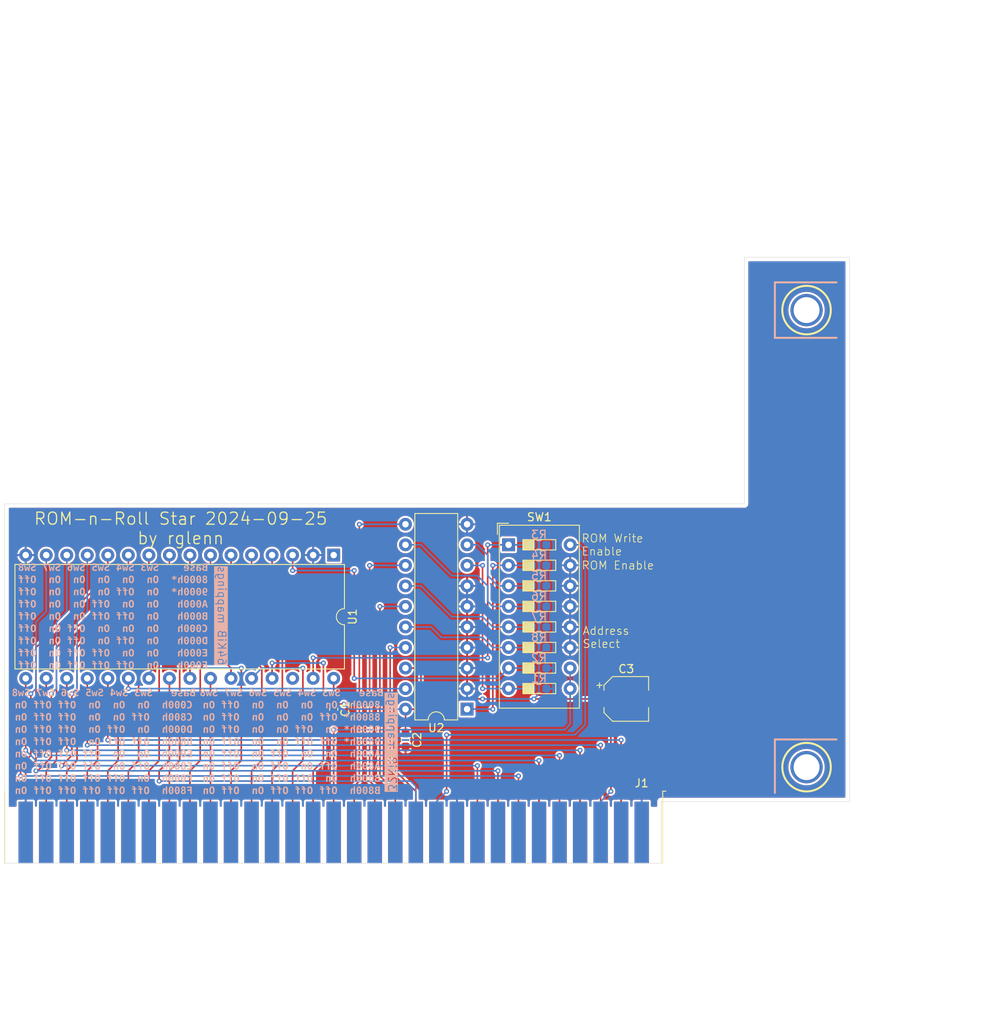
<source format=kicad_pcb>
(kicad_pcb (version 20240108) (generator "pcbnew") (generator_version "8.0")
  (layers (0 "F.Cu" signal) (31 "B.Cu" signal) (34 "B.Paste" user) (35 "F.Paste" user) (36 "B.SilkS" user "B.Silkscreen") (37 "F.SilkS" user "F.Silkscreen") (38 "B.Mask" user) (39 "F.Mask" user) (44 "Edge.Cuts" user))
  (net 0 "")
  (net 1 "GND")
  (net 2 "+5V")
  (net 3 "/IORDY")
  (net 4 "/~{MEMWR}")
  (net 5 "/A13")
  (net 11 "/A15")
  (net 13 "/A11")
  (net 15 "/D2")
  (net 17 "/A0")
  (net 19 "/A16")
  (net 20 "/D1")
  (net 23 "/A9")
  (net 25 "/AEN")
  (net 26 "/A1")
  (net 27 "/A10")
  (net 28 "/A4")
  (net 30 "/A14")
  (net 31 "/A7")
  (net 33 "/A19")
  (net 36 "/D0")
  (net 37 "/D7")
  (net 38 "/A12")
  (net 39 "/A8")
  (net 40 "/D3")
  (net 41 "/D5")
  (net 43 "/RESET")
  (net 44 "/A6")
  (net 46 "/A5")
  (net 50 "/A18")
  (net 52 "/~{MEMRD}")
  (net 53 "/D4")
  (net 55 "/A17")
  (net 56 "/A3")
  (net 57 "/A2")
  (net 60 "/D6")
  (net 61 "/COMPARATOR_A15")
  (net 62 "/FLASH_A15")
  (net 63 "/~{ROMWE}")
  (net 64 "/SW_ROM_EN")
  (net 65 "/SW_ROM_A15")
  (net 66 "/SW_ROM_A16")
  (net 67 "/SW_ROM_A17")
  (net 68 "/SW_ROM_A18")
  (net 69 "Net-(U1-CE)")
  (footprint "pc-parts:PC_BRACKET_ISA_KEYSTONE_9202_Rev1" (layer "F.Cu") (at 190.5 127)
    (property "Reference" "BRACKET1" (hide yes))
    (property "Value" "~" (hide yes))
    (pad "1" thru_hole circle (at 20.3962 -11.882) (size 4 4) (drill 3.2) (layers "*.Cu" "*.Mask"))
    (pad "2" thru_hole circle (at 20.3962 -68.397) (size 4 4) (drill 3.2) (layers "*.Cu" "*.Mask"))
  )
  (footprint "Package_DIP:DIP-20_W7.62mm" (layer "F.Cu") (at 168.9 107.945 180)
    (property "Reference" "U2" (at 3.81 -2.33 0) (layer "F.SilkS"))
    (property "Value" "74ALS688")
    (pad "1" thru_hole rect (at 0 0 180) (size 1.6 1.6) (drill 0.8) (layers "*.Cu" "*.Mask") (net 64 "/SW_ROM_EN"))
    (pad "2" thru_hole oval (at 0 2.54 180) (size 1.6 1.6) (drill 0.8) (layers "*.Cu" "*.Mask") (net 1 "GND"))
    (pad "3" thru_hole oval (at 0 5.08 180) (size 1.6 1.6) (drill 0.8) (layers "*.Cu" "*.Mask") (net 1 "GND"))
    (pad "4" thru_hole oval (at 0 7.62 180) (size 1.6 1.6) (drill 0.8) (layers "*.Cu" "*.Mask") (net 1 "GND"))
    (pad "5" thru_hole oval (at 0 10.16 180) (size 1.6 1.6) (drill 0.8) (layers "*.Cu" "*.Mask") (net 1 "GND"))
    (pad "6" thru_hole oval (at 0 12.7 180) (size 1.6 1.6) (drill 0.8) (layers "*.Cu" "*.Mask") (net 1 "GND"))
    (pad "7" thru_hole oval (at 0 15.24 180) (size 1.6 1.6) (drill 0.8) (layers "*.Cu" "*.Mask") (net 1 "GND"))
    (pad "8" thru_hole oval (at 0 17.78 180) (size 1.6 1.6) (drill 0.8) (layers "*.Cu" "*.Mask") (net 61 "/COMPARATOR_A15"))
    (pad "9" thru_hole oval (at 0 20.32 180) (size 1.6 1.6) (drill 0.8) (layers "*.Cu" "*.Mask") (net 65 "/SW_ROM_A15"))
    (pad "10" thru_hole oval (at 0 22.86 180) (size 1.6 1.6) (drill 0.8) (layers "*.Cu" "*.Mask") (net 1 "GND"))
    (pad "11" thru_hole oval (at 7.62 22.86 180) (size 1.6 1.6) (drill 0.8) (layers "*.Cu" "*.Mask") (net 19 "/A16"))
    (pad "12" thru_hole oval (at 7.62 20.32 180) (size 1.6 1.6) (drill 0.8) (layers "*.Cu" "*.Mask") (net 66 "/SW_ROM_A16"))
    (pad "13" thru_hole oval (at 7.62 17.78 180) (size 1.6 1.6) (drill 0.8) (layers "*.Cu" "*.Mask") (net 55 "/A17"))
    (pad "14" thru_hole oval (at 7.62 15.24 180) (size 1.6 1.6) (drill 0.8) (layers "*.Cu" "*.Mask") (net 67 "/SW_ROM_A17"))
    (pad "15" thru_hole oval (at 7.62 12.7 180) (size 1.6 1.6) (drill 0.8) (layers "*.Cu" "*.Mask") (net 50 "/A18"))
    (pad "16" thru_hole oval (at 7.62 10.16 180) (size 1.6 1.6) (drill 0.8) (layers "*.Cu" "*.Mask") (net 68 "/SW_ROM_A18"))
    (pad "17" thru_hole oval (at 7.62 7.62 180) (size 1.6 1.6) (drill 0.8) (layers "*.Cu" "*.Mask") (net 33 "/A19"))
    (pad "18" thru_hole oval (at 7.62 5.08 180) (size 1.6 1.6) (drill 0.8) (layers "*.Cu" "*.Mask") (net 2 "+5V"))
    (pad "19" thru_hole oval (at 7.62 2.54 180) (size 1.6 1.6) (drill 0.8) (layers "*.Cu" "*.Mask") (net 69 "Net-(U1-CE)"))
    (pad "20" thru_hole oval (at 7.62 0 180) (size 1.6 1.6) (drill 0.8) (layers "*.Cu" "*.Mask") (net 2 "+5V"))
  )
  (footprint "Capacitor_SMD:C_0603_1608Metric_Pad1.08x0.95mm_HandSolder" (layer "F.Cu") (at 152.4 107.95 -90)
    (property "Reference" "C1" (at 0 -1.43 90) (layer "F.SilkS"))
    (property "Value" "100n")
    (pad "1" smd roundrect (at -0.8625 0 270) (size 1.075 0.95) (layers "F.Cu" "F.Paste" "F.Mask") (net 2 "+5V"))
    (pad "2" smd roundrect (at 0.8625 0 270) (size 1.075 0.95) (layers "F.Cu" "F.Paste" "F.Mask") (net 1 "GND"))
  )
  (footprint "Capacitor_SMD:C_0603_1608Metric_Pad1.08x0.95mm_HandSolder" (layer "F.Cu") (at 161.29 111.76 -90)
    (property "Reference" "C2" (at 0 -1.43 90) (layer "F.SilkS"))
    (property "Value" "100n")
    (pad "1" smd roundrect (at -0.8625 0 270) (size 1.075 0.95) (layers "F.Cu" "F.Paste" "F.Mask") (net 2 "+5V"))
    (pad "2" smd roundrect (at 0.8625 0 270) (size 1.075 0.95) (layers "F.Cu" "F.Paste" "F.Mask") (net 1 "GND"))
  )
  (footprint "Package_DIP:DIP-32_W15.24mm" (layer "F.Cu") (at 152.4 88.895 -90)
    (property "Reference" "U1" (at 7.62 -2.33 90) (layer "F.SilkS"))
    (property "Value" "SST39SF010")
    (pad "1" thru_hole rect (at 0 0 270) (size 1.6 1.6) (drill 0.8) (layers "*.Cu" "*.Mask"))
    (pad "2" thru_hole oval (at 0 2.54 270) (size 1.6 1.6) (drill 0.8) (layers "*.Cu" "*.Mask") (net 1 "GND"))
    (pad "3" thru_hole oval (at 0 5.08 270) (size 1.6 1.6) (drill 0.8) (layers "*.Cu" "*.Mask") (net 62 "/FLASH_A15"))
    (pad "4" thru_hole oval (at 0 7.62 270) (size 1.6 1.6) (drill 0.8) (layers "*.Cu" "*.Mask") (net 38 "/A12"))
    (pad "5" thru_hole oval (at 0 10.16 270) (size 1.6 1.6) (drill 0.8) (layers "*.Cu" "*.Mask") (net 31 "/A7"))
    (pad "6" thru_hole oval (at 0 12.7 270) (size 1.6 1.6) (drill 0.8) (layers "*.Cu" "*.Mask") (net 44 "/A6"))
    (pad "7" thru_hole oval (at 0 15.24 270) (size 1.6 1.6) (drill 0.8) (layers "*.Cu" "*.Mask") (net 46 "/A5"))
    (pad "8" thru_hole oval (at 0 17.78 270) (size 1.6 1.6) (drill 0.8) (layers "*.Cu" "*.Mask") (net 28 "/A4"))
    (pad "9" thru_hole oval (at 0 20.32 270) (size 1.6 1.6) (drill 0.8) (layers "*.Cu" "*.Mask") (net 56 "/A3"))
    (pad "10" thru_hole oval (at 0 22.86 270) (size 1.6 1.6) (drill 0.8) (layers "*.Cu" "*.Mask") (net 57 "/A2"))
    (pad "11" thru_hole oval (at 0 25.4 270) (size 1.6 1.6) (drill 0.8) (layers "*.Cu" "*.Mask") (net 26 "/A1"))
    (pad "12" thru_hole oval (at 0 27.94 270) (size 1.6 1.6) (drill 0.8) (layers "*.Cu" "*.Mask") (net 17 "/A0"))
    (pad "13" thru_hole oval (at 0 30.48 270) (size 1.6 1.6) (drill 0.8) (layers "*.Cu" "*.Mask") (net 36 "/D0"))
    (pad "14" thru_hole oval (at 0 33.02 270) (size 1.6 1.6) (drill 0.8) (layers "*.Cu" "*.Mask") (net 20 "/D1"))
    (pad "15" thru_hole oval (at 0 35.56 270) (size 1.6 1.6) (drill 0.8) (layers "*.Cu" "*.Mask") (net 15 "/D2"))
    (pad "16" thru_hole oval (at 0 38.1 270) (size 1.6 1.6) (drill 0.8) (layers "*.Cu" "*.Mask") (net 1 "GND"))
    (pad "17" thru_hole oval (at 15.24 38.1 270) (size 1.6 1.6) (drill 0.8) (layers "*.Cu" "*.Mask") (net 40 "/D3"))
    (pad "18" thru_hole oval (at 15.24 35.56 270) (size 1.6 1.6) (drill 0.8) (layers "*.Cu" "*.Mask") (net 53 "/D4"))
    (pad "19" thru_hole oval (at 15.24 33.02 270) (size 1.6 1.6) (drill 0.8) (layers "*.Cu" "*.Mask") (net 41 "/D5"))
    (pad "20" thru_hole oval (at 15.24 30.48 270) (size 1.6 1.6) (drill 0.8) (layers "*.Cu" "*.Mask") (net 60 "/D6"))
    (pad "21" thru_hole oval (at 15.24 27.94 270) (size 1.6 1.6) (drill 0.8) (layers "*.Cu" "*.Mask") (net 37 "/D7"))
    (pad "22" thru_hole oval (at 15.24 25.4 270) (size 1.6 1.6) (drill 0.8) (layers "*.Cu" "*.Mask") (net 69 "Net-(U1-CE)"))
    (pad "23" thru_hole oval (at 15.24 22.86 270) (size 1.6 1.6) (drill 0.8) (layers "*.Cu" "*.Mask") (net 27 "/A10"))
    (pad "24" thru_hole oval (at 15.24 20.32 270) (size 1.6 1.6) (drill 0.8) (layers "*.Cu" "*.Mask") (net 52 "/~{MEMRD}"))
    (pad "25" thru_hole oval (at 15.24 17.78 270) (size 1.6 1.6) (drill 0.8) (layers "*.Cu" "*.Mask") (net 13 "/A11"))
    (pad "26" thru_hole oval (at 15.24 15.24 270) (size 1.6 1.6) (drill 0.8) (layers "*.Cu" "*.Mask") (net 23 "/A9"))
    (pad "27" thru_hole oval (at 15.24 12.7 270) (size 1.6 1.6) (drill 0.8) (layers "*.Cu" "*.Mask") (net 39 "/A8"))
    (pad "28" thru_hole oval (at 15.24 10.16 270) (size 1.6 1.6) (drill 0.8) (layers "*.Cu" "*.Mask") (net 5 "/A13"))
    (pad "29" thru_hole oval (at 15.24 7.62 270) (size 1.6 1.6) (drill 0.8) (layers "*.Cu" "*.Mask") (net 30 "/A14"))
    (pad "30" thru_hole oval (at 15.24 5.08 270) (size 1.6 1.6) (drill 0.8) (layers "*.Cu" "*.Mask"))
    (pad "31" thru_hole oval (at 15.24 2.54 270) (size 1.6 1.6) (drill 0.8) (layers "*.Cu" "*.Mask") (net 63 "/~{ROMWE}"))
    (pad "32" thru_hole oval (at 15.24 0 270) (size 1.6 1.6) (drill 0.8) (layers "*.Cu" "*.Mask") (net 2 "+5V"))
  )
  (footprint "pc-parts:BUS_AT_8BIT" (layer "F.Cu") (at 190.5 123.19)
    (property "Reference" "J1" (at 0 -6.096 0) (layer "F.SilkS"))
    (property "Value" "Bus_ISA_8bit")
    (pad "1" connect rect (at 0 0) (size 1.78 7.62) (layers "B.Cu" "B.Mask") (net 1 "GND"))
    (pad "2" connect rect (at -2.54 0) (size 1.78 7.62) (layers "B.Cu" "B.Mask") (net 43 "/RESET"))
    (pad "3" connect rect (at -5.08 0) (size 1.78 7.62) (layers "B.Cu" "B.Mask") (net 2 "+5V"))
    (pad "4" connect rect (at -7.62 0) (size 1.78 7.62) (layers "B.Cu" "B.Mask"))
    (pad "5" connect rect (at -10.16 0) (size 1.78 7.62) (layers "B.Cu" "B.Mask"))
    (pad "6" connect rect (at -12.7 0) (size 1.78 7.62) (layers "B.Cu" "B.Mask"))
    (pad "7" connect rect (at -15.24 0) (size 1.78 7.62) (layers "B.Cu" "B.Mask"))
    (pad "8" connect rect (at -17.78 0) (size 1.78 7.62) (layers "B.Cu" "B.Mask"))
    (pad "9" connect rect (at -20.32 0) (size 1.78 7.62) (layers "B.Cu" "B.Mask"))
    (pad "10" connect rect (at -22.86 0) (size 1.78 7.62) (layers "B.Cu" "B.Mask") (net 1 "GND"))
    (pad "11" connect rect (at -25.4 0) (size 1.78 7.62) (layers "B.Cu" "B.Mask") (net 4 "/~{MEMWR}"))
    (pad "12" connect rect (at -27.94 0) (size 1.78 7.62) (layers "B.Cu" "B.Mask") (net 52 "/~{MEMRD}"))
    (pad "13" connect rect (at -30.48 0) (size 1.78 7.62) (layers "B.Cu" "B.Mask"))
    (pad "14" connect rect (at -33.02 0) (size 1.78 7.62) (layers "B.Cu" "B.Mask"))
    (pad "15" connect rect (at -35.56 0) (size 1.78 7.62) (layers "B.Cu" "B.Mask"))
    (pad "16" connect rect (at -38.1 0) (size 1.78 7.62) (layers "B.Cu" "B.Mask"))
    (pad "17" connect rect (at -40.64 0) (size 1.78 7.62) (layers "B.Cu" "B.Mask"))
    (pad "18" connect rect (at -43.18 0) (size 1.78 7.62) (layers "B.Cu" "B.Mask"))
    (pad "19" connect rect (at -45.72 0) (size 1.78 7.62) (layers "B.Cu" "B.Mask"))
    (pad "20" connect rect (at -48.26 0) (size 1.78 7.62) (layers "B.Cu" "B.Mask"))
    (pad "21" connect rect (at -50.8 0) (size 1.78 7.62) (layers "B.Cu" "B.Mask"))
    (pad "22" connect rect (at -53.34 0) (size 1.78 7.62) (layers "B.Cu" "B.Mask"))
    (pad "23" connect rect (at -55.88 0) (size 1.78 7.62) (layers "B.Cu" "B.Mask"))
    (pad "24" connect rect (at -58.42 0) (size 1.78 7.62) (layers "B.Cu" "B.Mask"))
    (pad "25" connect rect (at -60.96 0) (size 1.78 7.62) (layers "B.Cu" "B.Mask"))
    (pad "26" connect rect (at -63.5 0) (size 1.78 7.62) (layers "B.Cu" "B.Mask"))
    (pad "27" connect rect (at -66.04 0) (size 1.78 7.62) (layers "B.Cu" "B.Mask"))
    (pad "28" connect rect (at -68.58 0) (size 1.78 7.62) (layers "B.Cu" "B.Mask"))
    (pad "29" connect rect (at -71.12 0) (size 1.78 7.62) (layers "B.Cu" "B.Mask"))
    (pad "30" connect rect (at -73.66 0) (size 1.78 7.62) (layers "B.Cu" "B.Mask"))
    (pad "31" connect rect (at -76.2 0) (size 1.78 7.62) (layers "B.Cu" "B.Mask") (net 1 "GND"))
    (pad "32" connect rect (at 0 0) (size 1.78 7.62) (layers "F.Cu" "F.Mask"))
    (pad "33" connect rect (at -2.54 0) (size 1.78 7.62) (layers "F.Cu" "F.Mask") (net 37 "/D7"))
    (pad "34" connect rect (at -5.08 0) (size 1.78 7.62) (layers "F.Cu" "F.Mask") (net 60 "/D6"))
    (pad "35" connect rect (at -7.62 0) (size 1.78 7.62) (layers "F.Cu" "F.Mask") (net 41 "/D5"))
    (pad "36" connect rect (at -10.16 0) (size 1.78 7.62) (layers "F.Cu" "F.Mask") (net 53 "/D4"))
    (pad "37" connect rect (at -12.7 0) (size 1.78 7.62) (layers "F.Cu" "F.Mask") (net 40 "/D3"))
    (pad "38" connect rect (at -15.24 0) (size 1.78 7.62) (layers "F.Cu" "F.Mask") (net 15 "/D2"))
    (pad "39" connect rect (at -17.78 0) (size 1.78 7.62) (layers "F.Cu" "F.Mask") (net 20 "/D1"))
    (pad "40" connect rect (at -20.32 0) (size 1.78 7.62) (layers "F.Cu" "F.Mask") (net 36 "/D0"))
    (pad "41" connect rect (at -22.86 0) (size 1.78 7.62) (layers "F.Cu" "F.Mask") (net 3 "/IORDY"))
    (pad "42" connect rect (at -25.4 0) (size 1.78 7.62) (layers "F.Cu" "F.Mask") (net 25 "/AEN"))
    (pad "43" connect rect (at -27.94 0) (size 1.78 7.62) (layers "F.Cu" "F.Mask") (net 33 "/A19"))
    (pad "44" connect rect (at -30.48 0) (size 1.78 7.62) (layers "F.Cu" "F.Mask") (net 50 "/A18"))
    (pad "45" connect rect (at -33.02 0) (size 1.78 7.62) (layers "F.Cu" "F.Mask") (net 55 "/A17"))
    (pad "46" connect rect (at -35.56 0) (size 1.78 7.62) (layers "F.Cu" "F.Mask") (net 19 "/A16"))
    (pad "47" connect rect (at -38.1 0) (size 1.78 7.62) (layers "F.Cu" "F.Mask") (net 11 "/A15"))
    (pad "48" connect rect (at -40.64 0) (size 1.78 7.62) (layers "F.Cu" "F.Mask") (net 30 "/A14"))
    (pad "49" connect rect (at -43.18 0) (size 1.78 7.62) (layers "F.Cu" "F.Mask") (net 5 "/A13"))
    (pad "50" connect rect (at -45.72 0) (size 1.78 7.62) (layers "F.Cu" "F.Mask") (net 38 "/A12"))
    (pad "51" connect rect (at -48.26 0) (size 1.78 7.62) (layers "F.Cu" "F.Mask") (net 13 "/A11"))
    (pad "52" connect rect (at -50.8 0) (size 1.78 7.62) (layers "F.Cu" "F.Mask") (net 27 "/A10"))
    (pad "53" connect rect (at -53.34 0) (size 1.78 7.62) (layers "F.Cu" "F.Mask") (net 23 "/A9"))
    (pad "54" connect rect (at -55.88 0) (size 1.78 7.62) (layers "F.Cu" "F.Mask") (net 39 "/A8"))
    (pad "55" connect rect (at -58.42 0) (size 1.78 7.62) (layers "F.Cu" "F.Mask") (net 31 "/A7"))
    (pad "56" connect rect (at -60.96 0) (size 1.78 7.62) (layers "F.Cu" "F.Mask") (net 44 "/A6"))
    (pad "57" connect rect (at -63.5 0) (size 1.78 7.62) (layers "F.Cu" "F.Mask") (net 46 "/A5"))
    (pad "58" connect rect (at -66.04 0) (size 1.78 7.62) (layers "F.Cu" "F.Mask") (net 28 "/A4"))
    (pad "59" connect rect (at -68.58 0) (size 1.78 7.62) (layers "F.Cu" "F.Mask") (net 56 "/A3"))
    (pad "60" connect rect (at -71.12 0) (size 1.78 7.62) (layers "F.Cu" "F.Mask") (net 57 "/A2"))
    (pad "61" connect rect (at -73.66 0) (size 1.78 7.62) (layers "F.Cu" "F.Mask") (net 26 "/A1"))
    (pad "62" connect rect (at -76.2 0) (size 1.78 7.62) (layers "F.Cu" "F.Mask") (net 17 "/A0"))
  )
  (footprint "Capacitor_SMD:CP_Elec_5x5.3" (layer "F.Cu") (at 188.595 106.68)
    (property "Reference" "C3" (at 0 -3.7 0) (layer "F.SilkS"))
    (property "Value" "22u")
    (pad "1" smd roundrect (at -2.2 0) (size 3 1.6) (layers "F.Cu" "F.Paste" "F.Mask") (roundrect_rratio 0.15625) (net 2 "+5V"))
    (pad "2" smd roundrect (at 2.2 0) (size 3 1.6) (layers "F.Cu" "F.Paste" "F.Mask") (roundrect_rratio 0.15625) (net 1 "GND"))
  )
  (footprint "Button_Switch_THT:SW_DIP_SPSTx08_Slide_9.78x22.5mm_W7.62mm_P2.54mm" (layer "F.Cu") (at 174.0325 87.62)
    (property "Reference" "SW1" (at 3.81 -3.42 0) (layer "F.SilkS"))
    (property "Value" "SW_DIP_x08")
    (pad "1" thru_hole rect (at 0 0) (size 1.6 1.6) (drill 0.8) (layers "*.Cu" "*.Mask") (net 63 "/~{ROMWE}"))
    (pad "2" thru_hole oval (at 0 2.54) (size 1.6 1.6) (drill 0.8) (layers "*.Cu" "*.Mask") (net 64 "/SW_ROM_EN"))
    (pad "3" thru_hole oval (at 0 5.08) (size 1.6 1.6) (drill 0.8) (layers "*.Cu" "*.Mask") (net 65 "/SW_ROM_A15"))
    (pad "4" thru_hole oval (at 0 7.62) (size 1.6 1.6) (drill 0.8) (layers "*.Cu" "*.Mask") (net 66 "/SW_ROM_A16"))
    (pad "5" thru_hole oval (at 0 10.16) (size 1.6 1.6) (drill 0.8) (layers "*.Cu" "*.Mask") (net 67 "/SW_ROM_A17"))
    (pad "6" thru_hole oval (at 0 12.7) (size 1.6 1.6) (drill 0.8) (layers "*.Cu" "*.Mask") (net 68 "/SW_ROM_A18"))
    (pad "7" thru_hole oval (at 0 15.24) (size 1.6 1.6) (drill 0.8) (layers "*.Cu" "*.Mask") (net 62 "/FLASH_A15"))
    (pad "8" thru_hole oval (at 0 17.78) (size 1.6 1.6) (drill 0.8) (layers "*.Cu" "*.Mask") (net 61 "/COMPARATOR_A15"))
    (pad "9" thru_hole oval (at 7.62 17.78) (size 1.6 1.6) (drill 0.8) (layers "*.Cu" "*.Mask") (net 11 "/A15"))
    (pad "10" thru_hole oval (at 7.62 15.24) (size 1.6 1.6) (drill 0.8) (layers "*.Cu" "*.Mask") (net 11 "/A15"))
    (pad "11" thru_hole oval (at 7.62 12.7) (size 1.6 1.6) (drill 0.8) (layers "*.Cu" "*.Mask") (net 1 "GND"))
    (pad "12" thru_hole oval (at 7.62 10.16) (size 1.6 1.6) (drill 0.8) (layers "*.Cu" "*.Mask") (net 1 "GND"))
    (pad "13" thru_hole oval (at 7.62 7.62) (size 1.6 1.6) (drill 0.8) (layers "*.Cu" "*.Mask") (net 1 "GND"))
    (pad "14" thru_hole oval (at 7.62 5.08) (size 1.6 1.6) (drill 0.8) (layers "*.Cu" "*.Mask") (net 1 "GND"))
    (pad "15" thru_hole oval (at 7.62 2.54) (size 1.6 1.6) (drill 0.8) (layers "*.Cu" "*.Mask") (net 1 "GND"))
    (pad "16" thru_hole oval (at 7.62 0) (size 1.6 1.6) (drill 0.8) (layers "*.Cu" "*.Mask") (net 4 "/~{MEMWR}"))
  )
  (footprint "Resistor_SMD:R_0603_1608Metric_Pad0.98x0.95mm_HandSolder" (layer "B.Cu") (at 177.8 92.71 180)
    (property "Reference" "R5" (at 0 1.27 0) (layer "B.SilkS") (effects (justify mirror)))
    (property "Value" "10K")
    (pad "1" smd roundrect (at -0.9125 0 180) (size 0.975 0.95) (layers "B.Cu" "B.Paste" "B.Mask") (net 2 "+5V"))
    (pad "2" smd roundrect (at 0.9125 0 180) (size 0.975 0.95) (layers "B.Cu" "B.Paste" "B.Mask") (net 65 "/SW_ROM_A15"))
  )
  (footprint "Resistor_SMD:R_0603_1608Metric_Pad0.98x0.95mm_HandSolder" (layer "B.Cu") (at 177.8 105.41)
    (property "Reference" "R1" (at 0 -1.27 0) (layer "B.SilkS") (effects (justify mirror)))
    (property "Value" "10K")
    (pad "1" smd roundrect (at -0.9125 0) (size 0.975 0.95) (layers "B.Cu" "B.Paste" "B.Mask") (net 61 "/COMPARATOR_A15"))
    (pad "2" smd roundrect (at 0.9125 0) (size 0.975 0.95) (layers "B.Cu" "B.Paste" "B.Mask") (net 1 "GND"))
  )
  (footprint "Resistor_SMD:R_0603_1608Metric_Pad0.98x0.95mm_HandSolder" (layer "B.Cu") (at 177.8 90.17 180)
    (property "Reference" "R4" (at 0 1.27 0) (layer "B.SilkS") (effects (justify mirror)))
    (property "Value" "10K")
    (pad "1" smd roundrect (at -0.9125 0 180) (size 0.975 0.95) (layers "B.Cu" "B.Paste" "B.Mask") (net 2 "+5V"))
    (pad "2" smd roundrect (at 0.9125 0 180) (size 0.975 0.95) (layers "B.Cu" "B.Paste" "B.Mask") (net 64 "/SW_ROM_EN"))
  )
  (footprint "Resistor_SMD:R_0603_1608Metric_Pad0.98x0.95mm_HandSolder" (layer "B.Cu") (at 177.8 97.79 180)
    (property "Reference" "R7" (at 0 1.27 0) (layer "B.SilkS") (effects (justify mirror)))
    (property "Value" "10K")
    (pad "1" smd roundrect (at -0.9125 0 180) (size 0.975 0.95) (layers "B.Cu" "B.Paste" "B.Mask") (net 2 "+5V"))
    (pad "2" smd roundrect (at 0.9125 0 180) (size 0.975 0.95) (layers "B.Cu" "B.Paste" "B.Mask") (net 67 "/SW_ROM_A17"))
  )
  (footprint "Resistor_SMD:R_0603_1608Metric_Pad0.98x0.95mm_HandSolder" (layer "B.Cu") (at 177.8 95.25 180)
    (property "Reference" "R6" (at 0 1.27 0) (layer "B.SilkS") (effects (justify mirror)))
    (property "Value" "10K")
    (pad "1" smd roundrect (at -0.9125 0 180) (size 0.975 0.95) (layers "B.Cu" "B.Paste" "B.Mask") (net 2 "+5V"))
    (pad "2" smd roundrect (at 0.9125 0 180) (size 0.975 0.95) (layers "B.Cu" "B.Paste" "B.Mask") (net 66 "/SW_ROM_A16"))
  )
  (footprint "Resistor_SMD:R_0603_1608Metric_Pad0.98x0.95mm_HandSolder" (layer "B.Cu") (at 177.8 100.33 180)
    (property "Reference" "R8" (at 0 1.27 0) (layer "B.SilkS") (effects (justify mirror)))
    (property "Value" "10K")
    (pad "1" smd roundrect (at -0.9125 0 180) (size 0.975 0.95) (layers "B.Cu" "B.Paste" "B.Mask") (net 2 "+5V"))
    (pad "2" smd roundrect (at 0.9125 0 180) (size 0.975 0.95) (layers "B.Cu" "B.Paste" "B.Mask") (net 68 "/SW_ROM_A18"))
  )
  (footprint "Resistor_SMD:R_0603_1608Metric_Pad0.98x0.95mm_HandSolder" (layer "B.Cu") (at 177.8 102.87 180)
    (property "Reference" "R2" (at 0 1.27 0) (layer "B.SilkS") (effects (justify mirror)))
    (property "Value" "10K")
    (pad "1" smd roundrect (at -0.9125 0 180) (size 0.975 0.95) (layers "B.Cu" "B.Paste" "B.Mask") (net 1 "GND"))
    (pad "2" smd roundrect (at 0.9125 0 180) (size 0.975 0.95) (layers "B.Cu" "B.Paste" "B.Mask") (net 62 "/FLASH_A15"))
  )
  (footprint "Resistor_SMD:R_0603_1608Metric_Pad0.98x0.95mm_HandSolder" (layer "B.Cu") (at 177.8 87.63 180)
    (property "Reference" "R3" (at 0 1.27 0) (layer "B.SilkS") (effects (justify mirror)))
    (property "Value" "10K")
    (pad "1" smd roundrect (at -0.9125 0 180) (size 0.975 0.95) (layers "B.Cu" "B.Paste" "B.Mask") (net 2 "+5V"))
    (pad "2" smd roundrect (at 0.9125 0 180) (size 0.975 0.95) (layers "B.Cu" "B.Paste" "B.Mask") (net 63 "/~{ROMWE}"))
  )
  (gr_line (start 216.2048 119.38) (end 216.2048 52.07) (stroke (width 0.05)) (layer "Edge.Cuts"))
  (gr_line (start 190.5 127) (end 111.7092 127) (stroke (width 0.05)) (layer "Edge.Cuts"))
  (gr_line (start 111.7092 82.55) (end 203.2 82.55) (stroke (width 0.05)) (layer "Edge.Cuts"))
  (gr_line (start 203.2 82.55) (end 203.2 52.07) (stroke (width 0.05)) (layer "Edge.Cuts"))
  (gr_line (start 192.913 119.38) (end 216.2048 119.38) (stroke (width 0.05)) (layer "Edge.Cuts"))
  (gr_line (start 111.7092 127) (end 111.7092 82.55) (stroke (width 0.05)) (layer "Edge.Cuts"))
  (gr_line (start 192.913 127) (end 192.913 119.38) (stroke (width 0.05)) (layer "Edge.Cuts"))
  (gr_line (start 216.2048 52.07) (end 203.2 52.07) (stroke (width 0.05)) (layer "Edge.Cuts"))
  (gr_line (start 190.5 127) (end 192.913 127) (stroke (width 0.05)) (layer "Edge.Cuts"))
  (gr_text "Base   Sw3 Sw4 Sw5 Sw6 Sw7 Sw8\n8000h* On  On  On  On  Off On\n8800h* Off On  On  On  Off On\n9000h* On  Off On  On  Off On\n9800h* Off Off On  On  Off On\nA000h  On  On  Off On  Off On\nA800h  Off On  Off On  Off On\nB000h  On  Off Off On  Off On\nB800h  Off Off Off On  Off On" (at 147.193 112.014 0) (layer "B.SilkS") (effects (font (size 0.9 0.9) (thickness 0.2) (bold yes)) (justify mirror)))
  (gr_text "64KiB mappings" (at 138.557 96.393 -90) (layer "B.SilkS" knockout) (effects (font (size 1 1) (thickness 0.1)) (justify mirror)))
  (gr_text "32KiB mappings" (at 159.639 112.014 270) (layer "B.SilkS" knockout) (effects (font (size 1 1) (thickness 0.1)) (justify mirror)))
  (gr_text "Base    Sw3 Sw4 Sw5 Sw6 Sw7 Sw8\n8000h*  On  On  On  On  On  Off\n9000h*  On  Off On  On  On  Off\nA000h   On  On  Off On  On  Off\nB000h   On  Off Off On  On  Off\nC000h   On  On  On  Off On  Off\nD000h   On  Off On  Off On  Off\nE000h   On  On  Off Off On  Off\nF000h   On  Off Off Off On  Off" (at 125.095 96.52 0) (layer "B.SilkS") (effects (font (size 0.9 0.9) (thickness 0.2) (bold yes)) (justify mirror)))
  (gr_text "Base   Sw3 Sw4 Sw5 Sw6 Sw7 Sw8\nC000h  On  On  On  Off Off On\nC800h  Off On  On  Off Off On\nD000h  On  Off On  Off Off On\nD800h  Off Off On  Off Off On\nE000h  On  On  Off Off Off On\nE800h  Off On  Off Off Off On\nF000h  On  Off Off Off Off On\nF800h  Off Off Off Off Off On" (at 123.952 112.014 0) (layer "B.SilkS") (effects (font (size 0.9 0.9) (thickness 0.2) (bold yes)) (justify mirror)))
  (gr_text "ROM Write\nEnable" (at 183.007 87.63 0) (layer "F.SilkS") (effects (font (size 1 1) (thickness 0.1)) (justify left)))
  (gr_text "ROM Enable" (at 183.007 90.17 0) (layer "F.SilkS") (effects (font (size 1 1) (thickness 0.1)) (justify left)))
  (gr_text "ROM-n-Roll Star 2024-09-25\nby rglenn" (at 133.477 85.598 0) (layer "F.SilkS") (effects (font (size 1.5 1.5))))
  (gr_text "Address\nSelect" (at 183.134 99.06 0) (layer "F.SilkS") (effects (font (size 1 1) (thickness 0.1)) (justify left)))
  (segment (start 153.67 107.315) (end 152.6275 107.315) (width 0.2) (layer "F.Cu") (net 2))
  (segment (start 177.165 106.68) (end 186.395 106.68) (width 0.2) (layer "F.Cu") (net 2))
  (segment (start 152.4 107.0875) (end 152.4 104.135) (width 0.2) (layer "F.Cu") (net 2))
  (segment (start 186.69 106.975) (end 186.395 106.68) (width 0.2) (layer "F.Cu") (net 2))
  (segment (start 162.555 102.865) (end 161.28 102.865) (width 0.2) (layer "F.Cu") (net 2))
  (segment (start 152.6275 107.315) (end 152.4 107.0875) (width 0.2) (layer "F.Cu") (net 2))
  (segment (start 163.195 106.68) (end 170.815 106.68) (width 0.2) (layer "F.Cu") (net 2))
  (segment (start 163.195 103.505) (end 162.555 102.865) (width 0.2) (layer "F.Cu") (net 2))
  (segment (start 163.195 106.68) (end 163.195 103.505) (width 0.2) (layer "F.Cu") (net 2))
  (segment (start 161.29 110.8975) (end 161.29 107.955) (width 0.2) (layer "F.Cu") (net 2))
  (segment (start 163.195 107.315) (end 163.195 106.68) (width 0.2) (layer "F.Cu") (net 2))
  (segment (start 161.28 107.945) (end 162.565 107.945) (width 0.2) (layer "F.Cu") (net 2))
  (segment (start 162.565 107.945) (end 163.195 107.315) (width 0.2) (layer "F.Cu") (net 2))
  (segment (start 186.69 118.11) (end 186.69 106.975) (width 0.2) (layer "F.Cu") (net 2))
  (segment (start 161.29 107.955) (end 161.28 107.945) (width 0.2) (layer "F.Cu") (net 2))
  (via (at 153.67 107.315) (size 0.6) (drill 0.3) (layers "F.Cu" "B.Cu") (net 2))
  (via (at 177.165 106.68) (size 0.6) (drill 0.3) (layers "F.Cu" "B.Cu") (net 2))
  (via (at 170.815 106.68) (size 0.6) (drill 0.3) (layers "F.Cu" "B.Cu") (net 2))
  (via (at 186.69 118.11) (size 0.6) (drill 0.3) (layers "F.Cu" "B.Cu") (net 2))
  (segment (start 178.7125 95.25) (end 178.7125 97.79) (width 0.2) (layer "B.Cu") (net 2))
  (segment (start 178.7125 87.63) (end 178.7125 90.17) (width 0.2) (layer "B.Cu") (net 2))
  (segment (start 178.7125 90.17) (end 178.7125 92.71) (width 0.2) (layer "B.Cu") (net 2))
  (segment (start 177.8 101.2425) (end 178.7125 100.33) (width 0.2) (layer "B.Cu") (net 2))
  (segment (start 185.42 123.19) (end 185.42 119.38) (width 0.2) (layer "B.Cu") (net 2))
  (segment (start 177.165 106.68) (end 177.8 106.045) (width 0.2) (layer "B.Cu") (net 2))
  (segment (start 170.815 106.68) (end 177.165 106.68) (width 0.2) (layer "B.Cu") (net 2))
  (segment (start 154.3 107.945) (end 153.67 107.315) (width 0.2) (layer "B.Cu") (net 2))
  (segment (start 185.42 119.38) (end 186.69 118.11) (width 0.2) (layer "B.Cu") (net 2))
  (segment (start 178.7125 92.71) (end 178.7125 95.25) (width 0.2) (layer "B.Cu") (net 2))
  (segment (start 161.28 107.945) (end 154.3 107.945) (width 0.2) (layer "B.Cu") (net 2))
  (segment (start 177.8 106.045) (end 177.8 101.2425) (width 0.2) (layer "B.Cu") (net 2))
  (segment (start 178.7125 97.79) (end 178.7125 100.33) (width 0.2) (layer "B.Cu") (net 2))
  (segment (start 166.37 118.11) (end 166.37 111.125) (width 0.2) (layer "F.Cu") (net 4))
  (via (at 166.37 111.125) (size 0.6) (drill 0.3) (layers "F.Cu" "B.Cu") (net 4))
  (via (at 166.37 118.11) (size 0.6) (drill 0.3) (layers "F.Cu" "B.Cu") (net 4))
  (segment (start 182.87 87.62) (end 181.6525 87.62) (width 0.2) (layer "B.Cu") (net 4))
  (segment (start 165.1 119.38) (end 166.37 118.11) (width 0.2) (layer "B.Cu") (net 4))
  (segment (start 183.515 109.855) (end 183.515 88.265) (width 0.2) (layer "B.Cu") (net 4))
  (segment (start 165.1 123.19) (end 165.1 119.38) (width 0.2) (layer "B.Cu") (net 4))
  (segment (start 182.245 111.125) (end 183.515 109.855) (width 0.2) (layer "B.Cu") (net 4))
  (segment (start 183.515 88.265) (end 182.87 87.62) (width 0.2) (layer "B.Cu") (net 4))
  (segment (start 166.37 111.125) (end 182.245 111.125) (width 0.2) (layer "B.Cu") (net 4))
  (segment (start 148.59 114.3) (end 148.59 102.87) (width 0.2) (layer "F.Cu") (net 5))
  (segment (start 147.32 115.57) (end 148.59 114.3) (width 0.2) (layer "F.Cu") (net 5))
  (segment (start 147.32 123.19) (end 147.32 115.57) (width 0.2) (layer "F.Cu") (net 5))
  (via (at 148.59 102.87) (size 0.6) (drill 0.3) (layers "F.Cu" "B.Cu") (net 5))
  (segment (start 143.505 102.87) (end 142.24 104.135) (width 0.2) (layer "B.Cu") (net 5))
  (segment (start 148.59 102.87) (end 143.505 102.87) (width 0.2) (layer "B.Cu") (net 5))
  (segment (start 152.4 110.49) (end 152.4 123.19) (width 0.2) (layer "F.Cu") (net 11))
  (via (at 152.4 110.49) (size 0.6) (drill 0.3) (layers "F.Cu" "B.Cu") (net 11))
  (segment (start 181.6525 105.4) (end 181.6525 109.8125) (width 0.2) (layer "B.Cu") (net 11))
  (segment (start 181.6525 102.86) (end 181.6525 105.4) (width 0.2) (layer "B.Cu") (net 11))
  (segment (start 174.625 110.49) (end 152.4 110.49) (width 0.2) (layer "B.Cu") (net 11))
  (segment (start 181.6525 109.8125) (end 180.975 110.49) (width 0.2) (layer "B.Cu") (net 11))
  (segment (start 180.975 110.49) (end 174.625 110.49) (width 0.2) (layer "B.Cu") (net 11))
  (segment (start 142.24 115.57) (end 143.51 114.3) (width 0.2) (layer "F.Cu") (net 13))
  (segment (start 142.24 101.6) (end 135.89 101.6) (width 0.2) (layer "F.Cu") (net 13))
  (segment (start 143.51 102.87) (end 142.24 101.6) (width 0.2) (layer "F.Cu") (net 13))
  (segment (start 143.51 114.3) (end 143.51 102.87) (width 0.2) (layer "F.Cu") (net 13))
  (segment (start 134.62 102.87) (end 134.62 104.135) (width 0.2) (layer "F.Cu") (net 13))
  (segment (start 142.24 123.19) (end 142.24 115.57) (width 0.2) (layer "F.Cu") (net 13))
  (segment (start 135.89 101.6) (end 134.62 102.87) (width 0.2) (layer "F.Cu") (net 13))
  (segment (start 175.26 123.19) (end 175.26 116.205) (width 0.2) (layer "F.Cu") (net 15))
  (segment (start 114.935 113.665) (end 114.935 106.045) (width 0.2) (layer "F.Cu") (net 15))
  (segment (start 113.665 116.205) (end 113.665 114.935) (width 0.2) (layer "F.Cu") (net 15))
  (segment (start 113.665 114.935) (end 114.935 113.665) (width 0.2) (layer "F.Cu") (net 15))
  (via (at 175.26 116.205) (size 0.6) (drill 0.3) (layers "F.Cu" "B.Cu") (net 15))
  (via (at 114.935 106.045) (size 0.6) (drill 0.3) (layers "F.Cu" "B.Cu") (net 15))
  (via (at 113.665 116.205) (size 0.6) (drill 0.3) (layers "F.Cu" "B.Cu") (net 15))
  (segment (start 114.935 106.045) (end 115.57 105.41) (width 0.2) (layer "B.Cu") (net 15))
  (segment (start 115.57 105.41) (end 115.57 97.155) (width 0.2) (layer "B.Cu") (net 15))
  (segment (start 116.84 95.885) (end 116.84 88.895) (width 0.2) (layer "B.Cu") (net 15))
  (segment (start 115.57 97.155) (end 116.84 95.885) (width 0.2) (layer "B.Cu") (net 15))
  (segment (start 113.665 116.205) (end 175.26 116.205) (width 0.2) (layer "B.Cu") (net 15))
  (segment (start 124.46 88.895) (end 124.46 91.44) (width 0.2) (layer "F.Cu") (net 17))
  (segment (start 124.46 91.44) (end 115.57 100.33) (width 0.2) (layer "F.Cu") (net 17))
  (segment (start 115.57 100.33) (end 115.57 114.3) (width 0.2) (layer "F.Cu") (net 17))
  (segment (start 115.57 114.3) (end 114.3 115.57) (width 0.2) (layer "F.Cu") (net 17))
  (segment (start 114.3 115.57) (end 114.3 123.19) (width 0.2) (layer "F.Cu") (net 17))
  (segment (start 155.575 85.09) (end 155.575 116.84) (width 0.2) (layer "F.Cu") (net 19))
  (segment (start 154.94 117.475) (end 154.94 123.19) (width 0.2) (layer "F.Cu") (net 19))
  (segment (start 155.575 116.84) (end 154.94 117.475) (width 0.2) (layer "F.Cu") (net 19))
  (via (at 155.575 85.09) (size 0.6) (drill 0.3) (layers "F.Cu" "B.Cu") (net 19))
  (segment (start 155.58 85.085) (end 155.575 85.09) (width 0.2) (layer "B.Cu") (net 19))
  (segment (start 161.28 85.085) (end 155.58 85.085) (width 0.2) (layer "B.Cu") (net 19))
  (segment (start 115.57 115.57) (end 115.783529 115.57) (width 0.2) (layer "F.Cu") (net 20))
  (segment (start 117.475 113.878529) (end 117.475 106.045) (width 0.2) (layer "F.Cu") (net 20))
  (segment (start 115.783529 115.57) (end 117.475 113.878529) (width 0.2) (layer "F.Cu") (net 20))
  (segment (start 172.72 115.57) (end 172.72 123.19) (width 0.2) (layer "F.Cu") (net 20))
  (via (at 115.57 115.57) (size 0.6) (drill 0.3) (layers "F.Cu" "B.Cu") (net 20))
  (via (at 117.475 106.045) (size 0.6) (drill 0.3) (layers "F.Cu" "B.Cu") (net 20))
  (via (at 172.72 115.57) (size 0.6) (drill 0.3) (layers "F.Cu" "B.Cu") (net 20))
  (segment (start 118.11 97.155) (end 119.38 95.885) (width 0.2) (layer "B.Cu") (net 20))
  (segment (start 119.38 95.885) (end 119.38 88.895) (width 0.2) (layer "B.Cu") (net 20))
  (segment (start 115.57 115.57) (end 172.72 115.57) (width 0.2) (layer "B.Cu") (net 20))
  (segment (start 118.11 105.41) (end 118.11 97.155) (width 0.2) (layer "B.Cu") (net 20))
  (segment (start 117.475 106.045) (end 118.11 105.41) (width 0.2) (layer "B.Cu") (net 20))
  (segment (start 137.16 123.19) (end 137.16 104.135) (width 0.2) (layer "F.Cu") (net 23))
  (segment (start 127 91.44) (end 118.11 100.33) (width 0.2) (layer "F.Cu") (net 26))
  (segment (start 118.11 114.3) (end 116.84 115.57) (width 0.2) (layer "F.Cu") (net 26))
  (segment (start 127 88.895) (end 127 91.44) (width 0.2) (layer "F.Cu") (net 26))
  (segment (start 118.11 100.33) (end 118.11 114.3) (width 0.2) (layer "F.Cu") (net 26))
  (segment (start 116.84 115.57) (end 116.84 123.19) (width 0.2) (layer "F.Cu") (net 26))
  (segment (start 139.7 115.57) (end 140.97 114.3) (width 0.2) (layer "F.Cu") (net 27))
  (segment (start 139.7 123.19) (end 139.7 115.57) (width 0.2) (layer "F.Cu") (net 27))
  (segment (start 140.97 114.3) (end 140.97 102.87) (width 0.2) (layer "F.Cu") (net 27))
  (via (at 140.97 102.87) (size 0.6) (drill 0.3) (layers "F.Cu" "B.Cu") (net 27))
  (segment (start 129.54 103.505) (end 129.54 104.135) (width 0.2) (layer "B.Cu") (net 27))
  (segment (start 140.97 102.87) (end 130.175 102.87) (width 0.2) (layer "B.Cu") (net 27))
  (segment (start 130.175 102.87) (end 129.54 103.505) (width 0.2) (layer "B.Cu") (net 27))
  (segment (start 125.73 114.3) (end 124.46 115.57) (width 0.2) (layer "F.Cu") (net 28))
  (segment (start 134.62 88.895) (end 134.62 91.44) (width 0.2) (layer "F.Cu") (net 28))
  (segment (start 125.73 100.33) (end 125.73 114.3) (width 0.2) (layer "F.Cu") (net 28))
  (segment (start 134.62 91.44) (end 125.73 100.33) (width 0.2) (layer "F.Cu") (net 28))
  (segment (start 124.46 115.57) (end 124.46 123.19) (width 0.2) (layer "F.Cu") (net 28))
  (segment (start 149.86 115.57) (end 151.13 114.3) (width 0.2) (layer "F.Cu") (net 30))
  (segment (start 144.78 102.235) (end 144.78 104.135) (width 0.2) (layer "F.Cu") (net 30))
  (segment (start 151.13 114.3) (end 151.13 102.235) (width 0.2) (layer "F.Cu") (net 30))
  (segment (start 149.86 123.19) (end 149.86 115.57) (width 0.2) (layer "F.Cu") (net 30))
  (via (at 151.13 102.235) (size 0.6) (drill 0.3) (layers "F.Cu" "B.Cu") (net 30))
  (via (at 144.78 102.235) (size 0.6) (drill 0.3) (layers "F.Cu" "B.Cu") (net 30))
  (segment (start 151.13 102.235) (end 144.78 102.235) (width 0.2) (layer "B.Cu") (net 30))
  (segment (start 142.24 88.895) (end 142.24 91.44) (width 0.2) (layer "F.Cu") (net 31))
  (segment (start 142.24 91.44) (end 133.35 100.33) (width 0.2) (layer "F.Cu") (net 31))
  (segment (start 132.08 115.57) (end 132.08 123.19) (width 0.2) (layer "F.Cu") (net 31))
  (segment (start 133.35 100.33) (end 133.35 114.3) (width 0.2) (layer "F.Cu") (net 31))
  (segment (start 133.35 114.3) (end 132.08 115.57) (width 0.2) (layer "F.Cu") (net 31))
  (segment (start 159.385 114.935) (end 162.56 118.11) (width 0.2) (layer "F.Cu") (net 33))
  (segment (start 159.385 100.33) (end 159.385 114.935) (width 0.2) (layer "F.Cu") (net 33))
  (segment (start 162.56 118.11) (end 162.56 123.19) (width 0.2) (layer "F.Cu") (net 33))
  (via (at 159.385 100.33) (size 0.6) (drill 0.3) (layers "F.Cu" "B.Cu") (net 33))
  (segment (start 159.39 100.325) (end 159.385 100.33) (width 0.2) (layer "B.Cu") (net 33))
  (segment (start 161.28 100.325) (end 159.39 100.325) (width 0.2) (layer "B.Cu") (net 33))
  (segment (start 120.015 113.665) (end 120.015 106.045) (width 0.2) (layer "F.Cu") (net 36))
  (segment (start 118.745 114.935) (end 120.015 113.665) (width 0.2) (layer "F.Cu") (net 36))
  (segment (start 170.18 114.935) (end 170.18 123.19) (width 0.2) (layer "F.Cu") (net 36))
  (via (at 170.18 114.935) (size 0.6) (drill 0.3) (layers "F.Cu" "B.Cu") (net 36))
  (via (at 118.745 114.935) (size 0.6) (drill 0.3) (layers "F.Cu" "B.Cu") (net 36))
  (via (at 120.015 106.045) (size 0.6) (drill 0.3) (layers "F.Cu" "B.Cu") (net 36))
  (segment (start 120.65 105.41) (end 120.65 97.155) (width 0.2) (layer "B.Cu") (net 36))
  (segment (start 118.745 114.935) (end 170.18 114.935) (width 0.2) (layer "B.Cu") (net 36))
  (segment (start 121.92 95.885) (end 121.92 88.895) (width 0.2) (layer "B.Cu") (net 36))
  (segment (start 120.015 106.045) (end 120.65 105.41) (width 0.2) (layer "B.Cu") (net 36))
  (segment (start 120.65 97.155) (end 121.92 95.885) (width 0.2) (layer "B.Cu") (net 36))
  (segment (start 187.96 111.76) (end 187.96 123.19) (width 0.2) (layer "F.Cu") (net 37))
  (segment (start 124.46 104.135) (end 124.46 111.76) (width 0.2) (layer "F.Cu") (net 37))
  (via (at 124.46 111.76) (size 0.6) (drill 0.3) (layers "F.Cu" "B.Cu") (net 37))
  (via (at 187.96 111.76) (size 0.6) (drill 0.3) (layers "F.Cu" "B.Cu") (net 37))
  (segment (start 124.46 111.76) (end 187.96 111.76) (width 0.2) (layer "B.Cu") (net 37))
  (segment (start 146.05 114.3) (end 146.05 97.155) (width 0.2) (layer "F.Cu") (net 38))
  (segment (start 144.78 115.57) (end 146.05 114.3) (width 0.2) (layer "F.Cu") (net 38))
  (segment (start 146.05 97.155) (end 144.78 95.885) (width 0.2) (layer "F.Cu") (net 38))
  (segment (start 144.78 123.19) (end 144.78 115.57) (width 0.2) (layer "F.Cu") (net 38))
  (segment (start 144.78 95.885) (end 144.78 88.895) (width 0.2) (layer "F.Cu") (net 38))
  (segment (start 135.89 114.3) (end 135.89 102.87) (width 0.2) (layer "F.Cu") (net 39))
  (segment (start 136.525 102.235) (end 139.065 102.235) (width 0.2) (layer "F.Cu") (net 39))
  (segment (start 139.7 102.87) (end 139.7 104.135) (width 0.2) (layer "F.Cu") (net 39))
  (segment (start 135.89 102.87) (end 136.525 102.235) (width 0.2) (layer "F.Cu") (net 39))
  (segment (start 139.065 102.235) (end 139.7 102.87) (width 0.2) (layer "F.Cu") (net 39))
  (segment (start 134.62 123.19) (end 134.62 115.57) (width 0.2) (layer "F.Cu") (net 39))
  (segment (start 134.62 115.57) (end 135.89 114.3) (width 0.2) (layer "F.Cu") (net 39))
  (segment (start 177.8 114.3) (end 177.8 123.19) (width 0.2) (layer "F.Cu") (net 40))
  (segment (start 114.3 104.135) (end 114.3 113.03) (width 0.2) (layer "F.Cu") (net 40))
  (via (at 177.8 114.3) (size 0.6) (drill 0.3) (layers "F.Cu" "B.Cu") (net 40))
  (via (at 114.3 113.03) (size 0.6) (drill 0.3) (layers "F.Cu" "B.Cu") (net 40))
  (segment (start 114.3 113.03) (end 115.57 114.3) (width 0.2) (layer "B.Cu") (net 40))
  (segment (start 115.57 114.3) (end 177.8 114.3) (width 0.2) (layer "B.Cu") (net 40))
  (segment (start 119.38 104.135) (end 119.38 113.03) (width 0.2) (layer "F.Cu") (net 41))
  (segment (start 182.88 113.03) (end 182.88 123.19) (width 0.2) (layer "F.Cu") (net 41))
  (via (at 182.88 113.03) (size 0.6) (drill 0.3) (layers "F.Cu" "B.Cu") (net 41))
  (via (at 119.38 113.03) (size 0.6) (drill 0.3) (layers "F.Cu" "B.Cu") (net 41))
  (segment (start 119.38 113.03) (end 182.88 113.03) (width 0.2) (layer "B.Cu") (net 41))
  (segment (start 130.81 100.33) (end 130.81 114.3) (width 0.2) (layer "F.Cu") (net 44))
  (segment (start 129.54 115.57) (end 129.54 123.19) (width 0.2) (layer "F.Cu") (net 44))
  (segment (start 139.7 91.44) (end 130.81 100.33) (width 0.2) (layer "F.Cu") (net 44))
  (segment (start 139.7 88.895) (end 139.7 91.44) (width 0.2) (layer "F.Cu") (net 44))
  (segment (start 130.81 114.3) (end 129.54 115.57) (width 0.2) (layer "F.Cu") (net 44))
  (segment (start 127 115.57) (end 127 123.19) (width 0.2) (layer "F.Cu") (net 46))
  (segment (start 128.27 100.33) (end 128.27 114.3) (width 0.2) (layer "F.Cu") (net 46))
  (segment (start 128.27 114.3) (end 127 115.57) (width 0.2) (layer "F.Cu") (net 46))
  (segment (start 137.16 88.895) (end 137.16 91.44) (width 0.2) (layer "F.Cu") (net 46))
  (segment (start 137.16 91.44) (end 128.27 100.33) (width 0.2) (layer "F.Cu") (net 46))
  (segment (start 158.115 116.205) (end 160.02 118.11) (width 0.2) (layer "F.Cu") (net 50))
  (segment (start 160.02 118.11) (end 160.02 123.19) (width 0.2) (layer "F.Cu") (net 50))
  (segment (start 158.115 95.25) (end 158.115 116.205) (width 0.2) (layer "F.Cu") (net 50))
  (via (at 158.115 95.25) (size 0.6) (drill 0.3) (layers "F.Cu" "B.Cu") (net 50))
  (segment (start 158.12 95.245) (end 158.115 95.25) (width 0.2) (layer "B.Cu") (net 50))
  (segment (start 161.28 95.245) (end 158.12 95.245) (width 0.2) (layer "B.Cu") (net 50))
  (segment (start 130.81 115.57) (end 132.08 114.3) (width 0.2) (layer "F.Cu") (net 52))
  (segment (start 132.08 114.3) (end 132.08 104.135) (width 0.2) (layer "F.Cu") (net 52))
  (segment (start 130.81 116.84) (end 130.81 115.57) (width 0.2) (layer "F.Cu") (net 52))
  (via (at 130.81 116.84) (size 0.6) (drill 0.3) (layers "F.Cu" "B.Cu") (net 52))
  (segment (start 162.56 117.475) (end 161.925 116.84) (width 0.2) (layer "B.Cu") (net 52))
  (segment (start 162.56 123.19) (end 162.56 117.475) (width 0.2) (layer "B.Cu") (net 52))
  (segment (start 161.925 116.84) (end 130.81 116.84) (width 0.2) (layer "B.Cu") (net 52))
  (segment (start 116.84 104.135) (end 116.84 113.665) (width 0.2) (layer "F.Cu") (net 53))
  (segment (start 180.34 113.665) (end 180.34 123.19) (width 0.2) (layer "F.Cu") (net 53))
  (via (at 116.84 113.665) (size 0.6) (drill 0.3) (layers "F.Cu" "B.Cu") (net 53))
  (via (at 180.34 113.665) (size 0.6) (drill 0.3) (layers "F.Cu" "B.Cu") (net 53))
  (segment (start 116.84 113.665) (end 180.34 113.665) (width 0.2) (layer "B.Cu") (net 53))
  (segment (start 157.48 117.475) (end 157.48 123.19) (width 0.2) (layer "F.Cu") (net 55))
  (segment (start 156.845 90.17) (end 156.845 116.84) (width 0.2) (layer "F.Cu") (net 55))
  (segment (start 156.845 116.84) (end 157.48 117.475) (width 0.2) (layer "F.Cu") (net 55))
  (via (at 156.845 90.17) (size 0.6) (drill 0.3) (layers "F.Cu" "B.Cu") (net 55))
  (segment (start 156.85 90.165) (end 156.845 90.17) (width 0.2) (layer "B.Cu") (net 55))
  (segment (start 161.28 90.165) (end 156.85 90.165) (width 0.2) (layer "B.Cu") (net 55))
  (segment (start 123.19 100.33) (end 123.19 114.3) (width 0.2) (layer "F.Cu") (net 56))
  (segment (start 132.08 88.895) (end 132.08 91.44) (width 0.2) (layer "F.Cu") (net 56))
  (segment (start 123.19 114.3) (end 121.92 115.57) (width 0.2) (layer "F.Cu") (net 56))
  (segment (start 132.08 91.44) (end 123.19 100.33) (width 0.2) (layer "F.Cu") (net 56))
  (segment (start 121.92 115.57) (end 121.92 123.19) (width 0.2) (layer "F.Cu") (net 56))
  (segment (start 119.38 115.57) (end 119.38 123.19) (width 0.2) (layer "F.Cu") (net 57))
  (segment (start 120.65 114.3) (end 119.38 115.57) (width 0.2) (layer "F.Cu") (net 57))
  (segment (start 120.65 100.33) (end 120.65 114.3) (width 0.2) (layer "F.Cu") (net 57))
  (segment (start 129.54 88.895) (end 129.54 91.44) (width 0.2) (layer "F.Cu") (net 57))
  (segment (start 129.54 91.44) (end 120.65 100.33) (width 0.2) (layer "F.Cu") (net 57))
  (segment (start 185.42 112.395) (end 185.42 123.19) (width 0.2) (layer "F.Cu") (net 60))
  (segment (start 121.92 104.135) (end 121.92 112.395) (width 0.2) (layer "F.Cu") (net 60))
  (via (at 121.92 112.395) (size 0.6) (drill 0.3) (layers "F.Cu" "B.Cu") (net 60))
  (via (at 185.42 112.395) (size 0.6) (drill 0.3) (layers "F.Cu" "B.Cu") (net 60))
  (segment (start 121.92 112.395) (end 185.42 112.395) (width 0.2) (layer "B.Cu") (net 60))
  (segment (start 170.815 105.41) (end 170.815 90.17) (width 0.2) (layer "F.Cu") (net 61))
  (via (at 170.815 105.41) (size 0.6) (drill 0.3) (layers "F.Cu" "B.Cu") (net 61))
  (via (at 170.815 90.17) (size 0.6) (drill 0.3) (layers "F.Cu" "B.Cu") (net 61))
  (segment (start 170.815 90.17) (end 168.905 90.17) (width 0.2) (layer "B.Cu") (net 61))
  (segment (start 176.8875 105.41) (end 174.0425 105.41) (width 0.2) (layer "B.Cu") (net 61))
  (segment (start 174.0325 105.4) (end 170.825 105.4) (width 0.2) (layer "B.Cu") (net 61))
  (segment (start 168.905 90.17) (end 168.9 90.165) (width 0.2) (layer "B.Cu") (net 61))
  (segment (start 170.825 105.4) (end 170.815 105.41) (width 0.2) (layer "B.Cu") (net 61))
  (segment (start 174.0425 105.41) (end 174.0325 105.4) (width 0.2) (layer "B.Cu") (net 61))
  (segment (start 154.94 104.14) (end 154.94 90.805) (width 0.2) (layer "F.Cu") (net 62))
  (segment (start 147.32 90.805) (end 147.32 88.895) (width 0.2) (layer "F.Cu") (net 62))
  (via (at 154.94 104.14) (size 0.6) (drill 0.3) (layers "F.Cu" "B.Cu") (net 62))
  (via (at 154.94 90.805) (size 0.6) (drill 0.3) (layers "F.Cu" "B.Cu") (net 62))
  (via (at 147.32 90.805) (size 0.6) (drill 0.3) (layers "F.Cu" "B.Cu") (net 62))
  (segment (start 176.8875 102.87) (end 174.0425 102.87) (width 0.2) (layer "B.Cu") (net 62))
  (segment (start 154.94 90.805) (end 147.32 90.805) (width 0.2) (layer "B.Cu") (net 62))
  (segment (start 172.7525 104.14) (end 172.085 104.14) (width 0.2) (layer "B.Cu") (net 62))
  (segment (start 174.0325 102.86) (end 172.7525 104.14) (width 0.2) (layer "B.Cu") (net 62))
  (segment (start 174.0425 102.87) (end 174.0325 102.86) (width 0.2) (layer "B.Cu") (net 62))
  (segment (start 172.085 104.14) (end 154.94 104.14) (width 0.2) (layer "B.Cu") (net 62))
  (segment (start 149.86 104.135) (end 149.86 101.6) (width 0.2) (layer "F.Cu") (net 63))
  (segment (start 171.45 101.6) (end 171.45 87.63) (width 0.2) (layer "F.Cu") (net 63))
  (via (at 171.45 87.63) (size 0.6) (drill 0.3) (layers "F.Cu" "B.Cu") (net 63))
  (via (at 171.45 101.6) (size 0.6) (drill 0.3) (layers "F.Cu" "B.Cu") (net 63))
  (via (at 149.86 101.6) (size 0.6) (drill 0.3) (layers "F.Cu" "B.Cu") (net 63))
  (segment (start 149.86 101.6) (end 171.45 101.6) (width 0.2) (layer "B.Cu") (net 63))
  (segment (start 171.45 87.63) (end 174.0225 87.63) (width 0.2) (layer "B.Cu") (net 63))
  (segment (start 174.0225 87.63) (end 174.0325 87.62) (width 0.2) (layer "B.Cu") (net 63))
  (segment (start 176.8875 87.63) (end 174.0425 87.63) (width 0.2) (layer "B.Cu") (net 63))
  (segment (start 174.0425 87.63) (end 174.0325 87.62) (width 0.2) (layer "B.Cu") (net 63))
  (segment (start 172.085 90.17) (end 172.085 107.95) (width 0.2) (layer "F.Cu") (net 64))
  (via (at 172.085 90.17) (size 0.6) (drill 0.3) (layers "F.Cu" "B.Cu") (net 64))
  (via (at 172.085 107.95) (size 0.6) (drill 0.3) (layers "F.Cu" "B.Cu") (net 64))
  (segment (start 172.085 107.95) (end 172.08 107.945) (width 0.2) (layer "B.Cu") (net 64))
  (segment (start 176.8875 90.17) (end 174.0425 90.17) (width 0.2) (layer "B.Cu") (net 64))
  (segment (start 172.08 107.945) (end 168.9 107.945) (width 0.2) (layer "B.Cu") (net 64))
  (segment (start 174.0425 90.17) (end 174.0325 90.16) (width 0.2) (layer "B.Cu") (net 64))
  (segment (start 172.095 90.16) (end 172.085 90.17) (width 0.2) (layer "B.Cu") (net 64))
  (segment (start 174.0325 90.16) (end 172.095 90.16) (width 0.2) (layer "B.Cu") (net 64))
  (segment (start 170.175 87.625) (end 171.45 88.9) (width 0.2) (layer "B.Cu") (net 65))
  (segment (start 174.0425 92.71) (end 174.0325 92.7) (width 0.2) (layer "B.Cu") (net 65))
  (segment (start 176.8875 92.71) (end 174.0425 92.71) (width 0.2) (layer "B.Cu") (net 65))
  (segment (start 172.73 92.7) (end 174.0325 92.7) (width 0.2) (layer "B.Cu") (net 65))
  (segment (start 172.72 92.71) (end 172.73 92.7) (width 0.2) (layer "B.Cu") (net 65))
  (segment (start 171.45 91.44) (end 172.72 92.71) (width 0.2) (layer "B.Cu") (net 65))
  (segment (start 171.45 88.9) (end 171.45 91.44) (width 0.2) (layer "B.Cu") (net 65))
  (segment (start 168.9 87.625) (end 170.175 87.625) (width 0.2) (layer "B.Cu") (net 65))
  (segment (start 171.45 94.615) (end 172.085 95.25) (width 0.2) (layer "B.Cu") (net 66))
  (segment (start 167.005 91.44) (end 170.18 91.44) (width 0.2) (layer "B.Cu") (net 66))
  (segment (start 172.72 95.25) (end 172.73 95.24) (width 0.2) (layer "B.Cu") (net 66))
  (segment (start 174.0425 95.25) (end 174.0325 95.24) (width 0.2) (layer "B.Cu") (net 66))
  (segment (start 171.45 92.71) (end 171.45 94.615) (width 0.2) (layer "B.Cu") (net 66))
  (segment (start 176.8875 95.25) (end 174.0425 95.25) (width 0.2) (layer "B.Cu") (net 66))
  (segment (start 172.73 95.24) (end 174.0325 95.24) (width 0.2) (layer "B.Cu") (net 66))
  (segment (start 172.085 95.25) (end 172.72 95.25) (width 0.2) (layer "B.Cu") (net 66))
  (segment (start 163.19 87.625) (end 167.005 91.44) (width 0.2) (layer "B.Cu") (net 66))
  (segment (start 170.18 91.44) (end 171.45 92.71) (width 0.2) (layer "B.Cu") (net 66))
  (segment (start 161.28 87.625) (end 163.19 87.625) (width 0.2) (layer "B.Cu") (net 66))
  (segment (start 172.085 97.79) (end 172.095 97.78) (width 0.2) (layer "B.Cu") (net 67))
  (segment (start 170.815 96.52) (end 172.085 97.79) (width 0.2) (layer "B.Cu") (net 67))
  (segment (start 167.005 96.52) (end 170.815 96.52) (width 0.2) (layer "B.Cu") (net 67))
  (segment (start 176.8875 97.79) (end 174.0425 97.79) (width 0.2) (layer "B.Cu") (net 67))
  (segment (start 163.19 92.705) (end 167.005 96.52) (width 0.2) (layer "B.Cu") (net 67))
  (segment (start 161.28 92.705) (end 163.19 92.705) (width 0.2) (layer "B.Cu") (net 67))
  (segment (start 172.095 97.78) (end 174.0325 97.78) (width 0.2) (layer "B.Cu") (net 67))
  (segment (start 174.0425 97.79) (end 174.0325 97.78) (width 0.2) (layer "B.Cu") (net 67))
  (segment (start 164.46 97.785) (end 165.735 99.06) (width 0.2) (layer "B.Cu") (net 68))
  (segment (start 170.815 99.06) (end 172.085 100.33) (width 0.2) (layer "B.Cu") (net 68))
  (segment (start 176.8875 100.33) (end 174.0425 100.33) (width 0.2) (layer "B.Cu") (net 68))
  (segment (start 165.735 99.06) (end 170.815 99.06) (width 0.2) (layer "B.Cu") (net 68))
  (segment (start 174.0425 100.33) (end 174.0325 100.32) (width 0.2) (layer "B.Cu") (net 68))
  (segment (start 172.095 100.32) (end 174.0325 100.32) (width 0.2) (layer "B.Cu") (net 68))
  (segment (start 161.28 97.785) (end 164.46 97.785) (width 0.2) (layer "B.Cu") (net 68))
  (segment (start 172.085 100.33) (end 172.095 100.32) (width 0.2) (layer "B.Cu") (net 68))
  (segment (start 127 105.41) (end 127 104.135) (width 0.2) (layer "F.Cu") (net 69))
  (via (at 127 105.41) (size 0.6) (drill 0.3) (layers "F.Cu" "B.Cu") (net 69))
  (segment (start 127.005 105.405) (end 127 105.41) (width 0.2) (layer "B.Cu") (net 69))
  (segment (start 161.28 105.405) (end 127.005 105.405) (width 0.2) (layer "B.Cu") (net 69))
  (zone (net 1) (net_name "GND") (layers "F&B.Cu") (connect_pads (clearance 0.25)) (min_thickness 0.2) (fill yes (thermal_gap 0.25) (thermal_bridge_width 0.25))
    (polygon (pts (xy 217.17 52.07) (xy 217.17 120.015) (xy 111.76 120.015) (xy 111.76 52.07)))
  )
)
</source>
